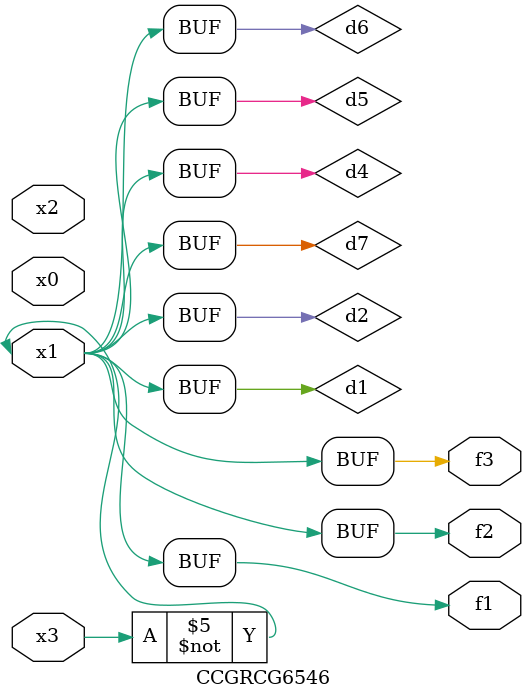
<source format=v>
module CCGRCG6546(
	input x0, x1, x2, x3,
	output f1, f2, f3
);

	wire d1, d2, d3, d4, d5, d6, d7;

	not (d1, x3);
	buf (d2, x1);
	xnor (d3, d1, d2);
	nor (d4, d1);
	buf (d5, d1, d2);
	buf (d6, d4, d5);
	nand (d7, d4);
	assign f1 = d6;
	assign f2 = d7;
	assign f3 = d6;
endmodule

</source>
